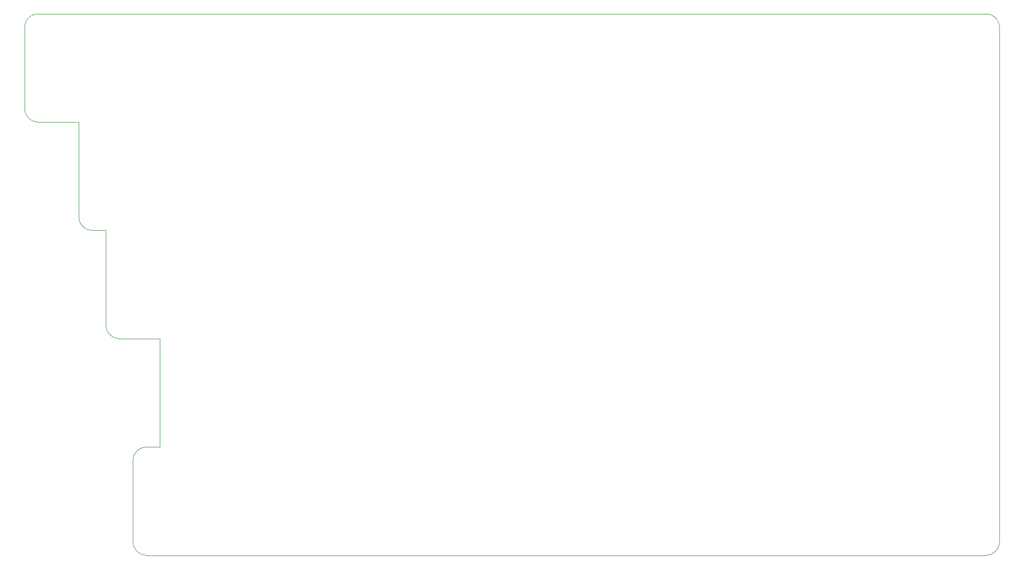
<source format=gm1>
G04 #@! TF.GenerationSoftware,KiCad,Pcbnew,5.1.2-f72e74a~84~ubuntu18.04.1*
G04 #@! TF.CreationDate,2019-06-15T15:54:53+09:00*
G04 #@! TF.ProjectId,right-PCB,72696768-742d-4504-9342-2e6b69636164,rev?*
G04 #@! TF.SameCoordinates,Original*
G04 #@! TF.FileFunction,Profile,NP*
%FSLAX46Y46*%
G04 Gerber Fmt 4.6, Leading zero omitted, Abs format (unit mm)*
G04 Created by KiCad (PCBNEW 5.1.2-f72e74a~84~ubuntu18.04.1) date 2019-06-15 15:54:53*
%MOMM*%
%LPD*%
G04 APERTURE LIST*
%ADD10C,0.050000*%
G04 APERTURE END LIST*
D10*
X66500000Y-45125000D02*
X40375000Y-45125000D01*
X59375000Y-140125000D02*
G75*
G02X57000000Y-137750000I0J2375000D01*
G01*
X57000000Y-123500000D02*
G75*
G02X59375000Y-121125000I2375000J0D01*
G01*
X54625000Y-102125000D02*
G75*
G02X52250000Y-99750000I0J2375000D01*
G01*
X49875000Y-83125000D02*
G75*
G02X47500000Y-80750000I0J2375000D01*
G01*
X40375000Y-64125000D02*
G75*
G02X38000000Y-61750000I0J2375000D01*
G01*
X38000000Y-47500000D02*
G75*
G02X40375000Y-45125000I2375000J0D01*
G01*
X206625000Y-45125000D02*
G75*
G02X209000000Y-47500000I0J-2375000D01*
G01*
X209000000Y-137750000D02*
G75*
G02X206625000Y-140125000I-2375000J0D01*
G01*
X206625000Y-140125000D02*
X59375000Y-140125000D01*
X47500000Y-64125000D02*
X40375000Y-64125000D01*
X47500000Y-80750000D02*
X47500000Y-64125000D01*
X52250000Y-83125000D02*
X49875000Y-83125000D01*
X52250000Y-99750000D02*
X52250000Y-83125000D01*
X61750000Y-102125000D02*
X54625000Y-102125000D01*
X61750000Y-121125000D02*
X61750000Y-102125000D01*
X61750000Y-121125000D02*
X59375000Y-121125000D01*
X57000000Y-137750000D02*
X57000000Y-123500000D01*
X209000000Y-47500000D02*
X209000000Y-137750000D01*
X66500000Y-45125000D02*
X206625000Y-45125000D01*
X38000000Y-61750000D02*
X38000000Y-47500000D01*
M02*

</source>
